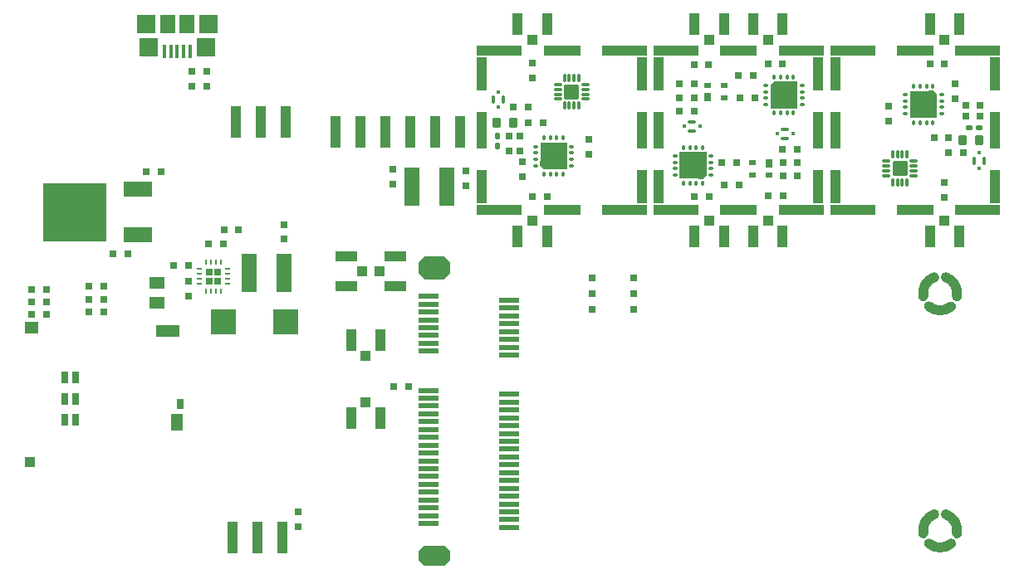
<source format=gtp>
G04*
G04 #@! TF.GenerationSoftware,Altium Limited,Altium Designer,19.1.9 (167)*
G04*
G04 Layer_Color=8421504*
%FSLAX24Y24*%
%MOIN*%
G70*
G01*
G75*
%ADD20C,0.0394*%
%ADD21R,0.0276X0.0276*%
%ADD22R,0.0276X0.0276*%
%ADD23R,0.0394X0.1319*%
G04:AMPARAMS|DCode=24|XSize=59.1mil|YSize=59.1mil|CornerRadius=3mil|HoleSize=0mil|Usage=FLASHONLY|Rotation=270.000|XOffset=0mil|YOffset=0mil|HoleType=Round|Shape=RoundedRectangle|*
%AMROUNDEDRECTD24*
21,1,0.0591,0.0531,0,0,270.0*
21,1,0.0531,0.0591,0,0,270.0*
1,1,0.0059,-0.0266,-0.0266*
1,1,0.0059,-0.0266,0.0266*
1,1,0.0059,0.0266,0.0266*
1,1,0.0059,0.0266,-0.0266*
%
%ADD24ROUNDEDRECTD24*%
G04:AMPARAMS|DCode=25|XSize=11.8mil|YSize=31.5mil|CornerRadius=3mil|HoleSize=0mil|Usage=FLASHONLY|Rotation=270.000|XOffset=0mil|YOffset=0mil|HoleType=Round|Shape=RoundedRectangle|*
%AMROUNDEDRECTD25*
21,1,0.0118,0.0256,0,0,270.0*
21,1,0.0059,0.0315,0,0,270.0*
1,1,0.0059,-0.0128,-0.0030*
1,1,0.0059,-0.0128,0.0030*
1,1,0.0059,0.0128,0.0030*
1,1,0.0059,0.0128,-0.0030*
%
%ADD25ROUNDEDRECTD25*%
G04:AMPARAMS|DCode=26|XSize=11.8mil|YSize=31.5mil|CornerRadius=3mil|HoleSize=0mil|Usage=FLASHONLY|Rotation=0.000|XOffset=0mil|YOffset=0mil|HoleType=Round|Shape=RoundedRectangle|*
%AMROUNDEDRECTD26*
21,1,0.0118,0.0256,0,0,0.0*
21,1,0.0059,0.0315,0,0,0.0*
1,1,0.0059,0.0030,-0.0128*
1,1,0.0059,-0.0030,-0.0128*
1,1,0.0059,-0.0030,0.0128*
1,1,0.0059,0.0030,0.0128*
%
%ADD26ROUNDEDRECTD26*%
G04:AMPARAMS|DCode=27|XSize=39.4mil|YSize=35.4mil|CornerRadius=4.4mil|HoleSize=0mil|Usage=FLASHONLY|Rotation=90.000|XOffset=0mil|YOffset=0mil|HoleType=Round|Shape=RoundedRectangle|*
%AMROUNDEDRECTD27*
21,1,0.0394,0.0266,0,0,90.0*
21,1,0.0305,0.0354,0,0,90.0*
1,1,0.0089,0.0133,0.0153*
1,1,0.0089,0.0133,-0.0153*
1,1,0.0089,-0.0133,-0.0153*
1,1,0.0089,-0.0133,0.0153*
%
%ADD27ROUNDEDRECTD27*%
G04:AMPARAMS|DCode=28|XSize=19.7mil|YSize=23.6mil|CornerRadius=2mil|HoleSize=0mil|Usage=FLASHONLY|Rotation=180.000|XOffset=0mil|YOffset=0mil|HoleType=Round|Shape=RoundedRectangle|*
%AMROUNDEDRECTD28*
21,1,0.0197,0.0197,0,0,180.0*
21,1,0.0157,0.0236,0,0,180.0*
1,1,0.0039,-0.0079,0.0098*
1,1,0.0039,0.0079,0.0098*
1,1,0.0039,0.0079,-0.0098*
1,1,0.0039,-0.0079,-0.0098*
%
%ADD28ROUNDEDRECTD28*%
%ADD29R,0.0315X0.0315*%
G04:AMPARAMS|DCode=30|XSize=19.7mil|YSize=23.6mil|CornerRadius=2mil|HoleSize=0mil|Usage=FLASHONLY|Rotation=90.000|XOffset=0mil|YOffset=0mil|HoleType=Round|Shape=RoundedRectangle|*
%AMROUNDEDRECTD30*
21,1,0.0197,0.0197,0,0,90.0*
21,1,0.0157,0.0236,0,0,90.0*
1,1,0.0039,0.0098,0.0079*
1,1,0.0039,0.0098,-0.0079*
1,1,0.0039,-0.0098,-0.0079*
1,1,0.0039,-0.0098,0.0079*
%
%ADD30ROUNDEDRECTD30*%
%ADD31R,0.0315X0.0315*%
%ADD32O,0.0217X0.0098*%
%ADD33O,0.0098X0.0217*%
%ADD34R,0.0600X0.0500*%
%ADD35R,0.0591X0.1575*%
%ADD36R,0.1063X0.0787*%
%ADD37R,0.0787X0.1063*%
%ADD38O,0.0236X0.0138*%
%ADD39O,0.0138X0.0236*%
%ADD40P,0.0490X8X22.5*%
%ADD41R,0.0157X0.0551*%
%ADD42R,0.0787X0.0197*%
%ADD43R,0.0394X0.1260*%
%ADD44R,0.1181X0.0630*%
%ADD45R,0.2559X0.2362*%
%ADD46R,0.0866X0.0433*%
%ADD47R,0.0413X0.0394*%
%ADD48R,0.0591X0.0748*%
%ADD49R,0.0748X0.0748*%
%ADD50P,0.0490X8X292.5*%
%ADD51R,0.1496X0.0394*%
%ADD52R,0.1791X0.0394*%
%ADD53R,0.0394X0.1496*%
%ADD54R,0.0315X0.0276*%
%ADD55R,0.0315X0.0472*%
%ADD56R,0.0551X0.0472*%
%ADD57R,0.0925X0.0472*%
%ADD58R,0.0256X0.0394*%
%ADD59R,0.0433X0.0394*%
%ADD60R,0.0512X0.0689*%
%ADD61R,0.0433X0.0866*%
%ADD62R,0.0394X0.0413*%
%ADD63R,0.1024X0.1024*%
%ADD64R,0.0315X0.0236*%
%ADD65R,0.0315X0.0354*%
G04:AMPARAMS|DCode=66|XSize=31.5mil|YSize=15.7mil|CornerRadius=3.9mil|HoleSize=0mil|Usage=FLASHONLY|Rotation=270.000|XOffset=0mil|YOffset=0mil|HoleType=Round|Shape=RoundedRectangle|*
%AMROUNDEDRECTD66*
21,1,0.0315,0.0079,0,0,270.0*
21,1,0.0236,0.0157,0,0,270.0*
1,1,0.0079,-0.0039,-0.0118*
1,1,0.0079,-0.0039,0.0118*
1,1,0.0079,0.0039,0.0118*
1,1,0.0079,0.0039,-0.0118*
%
%ADD66ROUNDEDRECTD66*%
G04:AMPARAMS|DCode=67|XSize=15.7mil|YSize=15.7mil|CornerRadius=3.9mil|HoleSize=0mil|Usage=FLASHONLY|Rotation=90.000|XOffset=0mil|YOffset=0mil|HoleType=Round|Shape=RoundedRectangle|*
%AMROUNDEDRECTD67*
21,1,0.0157,0.0079,0,0,90.0*
21,1,0.0079,0.0157,0,0,90.0*
1,1,0.0079,0.0039,0.0039*
1,1,0.0079,0.0039,-0.0039*
1,1,0.0079,-0.0039,-0.0039*
1,1,0.0079,-0.0039,0.0039*
%
%ADD67ROUNDEDRECTD67*%
G04:AMPARAMS|DCode=68|XSize=31.5mil|YSize=15.7mil|CornerRadius=3.9mil|HoleSize=0mil|Usage=FLASHONLY|Rotation=0.000|XOffset=0mil|YOffset=0mil|HoleType=Round|Shape=RoundedRectangle|*
%AMROUNDEDRECTD68*
21,1,0.0315,0.0079,0,0,0.0*
21,1,0.0236,0.0157,0,0,0.0*
1,1,0.0079,0.0118,-0.0039*
1,1,0.0079,-0.0118,-0.0039*
1,1,0.0079,-0.0118,0.0039*
1,1,0.0079,0.0118,0.0039*
%
%ADD68ROUNDEDRECTD68*%
G04:AMPARAMS|DCode=69|XSize=15.7mil|YSize=15.7mil|CornerRadius=3.9mil|HoleSize=0mil|Usage=FLASHONLY|Rotation=180.000|XOffset=0mil|YOffset=0mil|HoleType=Round|Shape=RoundedRectangle|*
%AMROUNDEDRECTD69*
21,1,0.0157,0.0079,0,0,180.0*
21,1,0.0079,0.0157,0,0,180.0*
1,1,0.0079,-0.0039,0.0039*
1,1,0.0079,0.0039,0.0039*
1,1,0.0079,0.0039,-0.0039*
1,1,0.0079,-0.0039,-0.0039*
%
%ADD69ROUNDEDRECTD69*%
G04:AMPARAMS|DCode=70|XSize=90.6mil|YSize=126mil|CornerRadius=0mil|HoleSize=0mil|Usage=FLASHONLY|Rotation=270.000|XOffset=0mil|YOffset=0mil|HoleType=Round|Shape=Octagon|*
%AMOCTAGOND70*
4,1,8,0.0630,0.0226,0.0630,-0.0226,0.0404,-0.0453,-0.0404,-0.0453,-0.0630,-0.0226,-0.0630,0.0226,-0.0404,0.0453,0.0404,0.0453,0.0630,0.0226,0.0*
%
%ADD70OCTAGOND70*%

G04:AMPARAMS|DCode=71|XSize=78.7mil|YSize=126mil|CornerRadius=0mil|HoleSize=0mil|Usage=FLASHONLY|Rotation=270.000|XOffset=0mil|YOffset=0mil|HoleType=Round|Shape=Octagon|*
%AMOCTAGOND71*
4,1,8,0.0630,0.0197,0.0630,-0.0197,0.0433,-0.0394,-0.0433,-0.0394,-0.0630,-0.0197,-0.0630,0.0197,-0.0433,0.0394,0.0433,0.0394,0.0630,0.0197,0.0*
%
%ADD71OCTAGOND71*%

G54D20*
X49320Y27735D02*
G03*
X48877Y28502I-679J120D01*
G01*
X48406D02*
G03*
X47963Y27735I236J-647D01*
G01*
X48199Y27327D02*
G03*
X49085Y27327I443J528D01*
G01*
X49320Y18207D02*
G03*
X48877Y18974I-679J120D01*
G01*
X48406D02*
G03*
X47963Y18207I236J-647D01*
G01*
X48199Y17799D02*
G03*
X49085Y17799I443J528D01*
G01*
G54D21*
X19656Y28356D02*
D03*
X19301Y28711D02*
D03*
G54D22*
X19656Y28711D02*
D03*
X19301Y28356D02*
D03*
G54D23*
X30256Y36683D02*
D03*
X30256Y32136D02*
D03*
X36673D02*
D03*
X36673Y36683D02*
D03*
X44429Y36683D02*
D03*
X44429Y32136D02*
D03*
X50846D02*
D03*
X50846Y36683D02*
D03*
X37343Y36683D02*
D03*
X37343Y32136D02*
D03*
X43760D02*
D03*
X43760Y36683D02*
D03*
G54D24*
X33858Y35955D02*
D03*
X47028Y32864D02*
D03*
G54D25*
X34419Y36250D02*
D03*
Y36053D02*
D03*
Y35856D02*
D03*
Y35659D02*
D03*
X33297D02*
D03*
Y35856D02*
D03*
Y36053D02*
D03*
Y36250D02*
D03*
X46467Y32569D02*
D03*
Y32766D02*
D03*
Y32963D02*
D03*
Y33159D02*
D03*
X47589D02*
D03*
Y32963D02*
D03*
Y32766D02*
D03*
Y32569D02*
D03*
G54D26*
X34154Y35394D02*
D03*
X33957D02*
D03*
X33760D02*
D03*
X33563D02*
D03*
Y36516D02*
D03*
X33760D02*
D03*
X33957D02*
D03*
X34154D02*
D03*
X46732Y33425D02*
D03*
X46929D02*
D03*
X47126D02*
D03*
X47323D02*
D03*
Y32303D02*
D03*
X47126D02*
D03*
X46929D02*
D03*
X46732D02*
D03*
G54D27*
X31521Y34715D02*
D03*
X30851D02*
D03*
X49536Y34001D02*
D03*
X50206D02*
D03*
G54D28*
X30879Y34159D02*
D03*
Y33766D02*
D03*
G54D29*
X31339Y34179D02*
D03*
Y33589D02*
D03*
X18465Y27746D02*
D03*
Y28337D02*
D03*
X22874Y19075D02*
D03*
Y18484D02*
D03*
X26673Y32835D02*
D03*
Y32244D02*
D03*
X34528Y33455D02*
D03*
Y34045D02*
D03*
X46585Y35364D02*
D03*
Y34774D02*
D03*
X22323Y30620D02*
D03*
Y30030D02*
D03*
X29615Y32781D02*
D03*
Y32190D02*
D03*
X48819Y32303D02*
D03*
Y31713D02*
D03*
X32283Y36516D02*
D03*
Y37106D02*
D03*
X31764Y33589D02*
D03*
Y34179D02*
D03*
X49232Y35689D02*
D03*
Y36280D02*
D03*
X31870Y33130D02*
D03*
Y32539D02*
D03*
G54D30*
X50197Y34498D02*
D03*
X49803D02*
D03*
G54D31*
X12185Y27520D02*
D03*
X12776D02*
D03*
X18622Y36171D02*
D03*
X19213D02*
D03*
X16793Y32756D02*
D03*
X17383D02*
D03*
X15453Y29449D02*
D03*
X16043D02*
D03*
X27303Y24094D02*
D03*
X26713D02*
D03*
X12761Y27992D02*
D03*
X12170D02*
D03*
X12175Y27018D02*
D03*
X12766D02*
D03*
X32874Y31752D02*
D03*
X32283D02*
D03*
X39970Y32224D02*
D03*
X40561D02*
D03*
X38780Y31752D02*
D03*
X39370D02*
D03*
X48228Y37067D02*
D03*
X48819D02*
D03*
X41132Y36594D02*
D03*
X40541D02*
D03*
X42323Y37067D02*
D03*
X41732D02*
D03*
X38179Y36260D02*
D03*
X38770D02*
D03*
X42923Y32559D02*
D03*
X42333D02*
D03*
X49582Y33494D02*
D03*
X48991D02*
D03*
X31521Y35325D02*
D03*
X32111D02*
D03*
X20490Y30404D02*
D03*
X19900D02*
D03*
X19291Y29852D02*
D03*
X19882D02*
D03*
X18612Y36791D02*
D03*
X19203D02*
D03*
X18475Y28986D02*
D03*
X17885D02*
D03*
X15069Y27096D02*
D03*
X14478D02*
D03*
X15069Y27614D02*
D03*
X14478D02*
D03*
X15081Y28140D02*
D03*
X14490D02*
D03*
X38770Y37028D02*
D03*
X39360D02*
D03*
X42333Y31791D02*
D03*
X41742D02*
D03*
X38780Y35172D02*
D03*
X38189D02*
D03*
X42323Y33647D02*
D03*
X42913D02*
D03*
X38770Y35709D02*
D03*
X38179D02*
D03*
X42333Y33110D02*
D03*
X42923D02*
D03*
X49661Y34991D02*
D03*
X50252D02*
D03*
X49661Y35424D02*
D03*
X50252D02*
D03*
X48401Y34104D02*
D03*
X48991D02*
D03*
X32702Y34715D02*
D03*
X32111D02*
D03*
X41211Y35707D02*
D03*
X40620D02*
D03*
X39892Y33112D02*
D03*
X40482D02*
D03*
G54D32*
X20059Y28238D02*
D03*
Y28435D02*
D03*
Y28632D02*
D03*
Y28829D02*
D03*
X18898D02*
D03*
Y28632D02*
D03*
Y28435D02*
D03*
Y28238D02*
D03*
G54D33*
X19774Y29114D02*
D03*
X19577D02*
D03*
X19380D02*
D03*
X19183D02*
D03*
Y27953D02*
D03*
X19380D02*
D03*
X19577D02*
D03*
X19774D02*
D03*
G54D34*
X17205Y28258D02*
D03*
Y27465D02*
D03*
G54D35*
X28848Y32146D02*
D03*
X27431D02*
D03*
X22323Y28681D02*
D03*
X20906D02*
D03*
G54D36*
X42372Y35689D02*
D03*
X38730Y33130D02*
D03*
X47972Y35315D02*
D03*
X33130Y33504D02*
D03*
G54D37*
X42510Y35827D02*
D03*
X38593Y32992D02*
D03*
X47835Y35453D02*
D03*
X33268Y33366D02*
D03*
G54D38*
X41644Y36211D02*
D03*
Y35955D02*
D03*
Y35699D02*
D03*
Y35443D02*
D03*
X43100D02*
D03*
Y35699D02*
D03*
Y35955D02*
D03*
Y36211D02*
D03*
X38002Y32608D02*
D03*
Y32864D02*
D03*
Y33120D02*
D03*
Y33376D02*
D03*
X39459D02*
D03*
Y33120D02*
D03*
Y32864D02*
D03*
Y32608D02*
D03*
X48701Y35837D02*
D03*
Y35581D02*
D03*
Y35325D02*
D03*
Y35069D02*
D03*
X47244D02*
D03*
Y35325D02*
D03*
Y35581D02*
D03*
Y35837D02*
D03*
X32402Y32982D02*
D03*
Y33238D02*
D03*
Y33494D02*
D03*
Y33750D02*
D03*
X33858D02*
D03*
Y33494D02*
D03*
Y33238D02*
D03*
Y32982D02*
D03*
G54D39*
X41988Y35098D02*
D03*
X42244D02*
D03*
X42500D02*
D03*
X42756D02*
D03*
Y36555D02*
D03*
X42500D02*
D03*
X42244D02*
D03*
X41988D02*
D03*
X39114Y32264D02*
D03*
X38858D02*
D03*
X38602D02*
D03*
X38346D02*
D03*
Y33720D02*
D03*
X38602D02*
D03*
X38858D02*
D03*
X39114D02*
D03*
X48356Y34724D02*
D03*
X48100D02*
D03*
X47844D02*
D03*
X47589D02*
D03*
Y36181D02*
D03*
X47844D02*
D03*
X48100D02*
D03*
X48356D02*
D03*
X32746Y34094D02*
D03*
X33002D02*
D03*
X33258D02*
D03*
X33514D02*
D03*
Y32638D02*
D03*
X33258D02*
D03*
X33002D02*
D03*
X32746D02*
D03*
G54D40*
X42067Y36132D02*
D03*
X39035Y32687D02*
D03*
G54D41*
X18022Y37569D02*
D03*
X18278D02*
D03*
X18533D02*
D03*
X17766D02*
D03*
X17510D02*
D03*
G54D42*
X28110Y21437D02*
D03*
Y21752D02*
D03*
Y18917D02*
D03*
Y19232D02*
D03*
Y20177D02*
D03*
Y20492D02*
D03*
Y23957D02*
D03*
Y23642D02*
D03*
Y23327D02*
D03*
Y23012D02*
D03*
Y22697D02*
D03*
Y22382D02*
D03*
Y22067D02*
D03*
Y21122D02*
D03*
Y20807D02*
D03*
Y19862D02*
D03*
Y19547D02*
D03*
Y18602D02*
D03*
X31339Y18445D02*
D03*
Y18760D02*
D03*
Y19075D02*
D03*
Y19390D02*
D03*
Y19705D02*
D03*
Y20020D02*
D03*
Y20335D02*
D03*
Y20650D02*
D03*
Y20965D02*
D03*
Y21280D02*
D03*
Y21594D02*
D03*
Y21909D02*
D03*
Y22224D02*
D03*
Y22539D02*
D03*
Y22854D02*
D03*
Y23169D02*
D03*
Y23484D02*
D03*
Y23799D02*
D03*
Y25374D02*
D03*
Y25689D02*
D03*
Y26004D02*
D03*
Y26319D02*
D03*
Y26634D02*
D03*
Y26949D02*
D03*
Y27264D02*
D03*
Y27579D02*
D03*
X28110Y27736D02*
D03*
Y27421D02*
D03*
Y27106D02*
D03*
Y26791D02*
D03*
Y26476D02*
D03*
Y26161D02*
D03*
Y25846D02*
D03*
Y25531D02*
D03*
G54D43*
X20260Y18025D02*
D03*
X21260D02*
D03*
X22260D02*
D03*
X24390Y34341D02*
D03*
X25390D02*
D03*
X26390D02*
D03*
X28390D02*
D03*
X27390D02*
D03*
X29390D02*
D03*
X22378Y34754D02*
D03*
X21378D02*
D03*
X20378D02*
D03*
G54D44*
X16457Y32028D02*
D03*
Y30217D02*
D03*
G54D45*
X13898Y31122D02*
D03*
G54D46*
X26772Y29331D02*
D03*
Y28150D02*
D03*
X24803D02*
D03*
Y29331D02*
D03*
G54D47*
X26142Y28740D02*
D03*
X25433D02*
D03*
G54D48*
X18415Y38671D02*
D03*
X17628D02*
D03*
G54D49*
X19282D02*
D03*
X16762D02*
D03*
X16880Y37726D02*
D03*
X19163D02*
D03*
G54D50*
X48278Y35758D02*
D03*
X32825Y33061D02*
D03*
G54D51*
X33465Y31201D02*
D03*
Y37618D02*
D03*
X47638Y31201D02*
D03*
Y37618D02*
D03*
X40551Y31201D02*
D03*
Y37618D02*
D03*
G54D52*
X35974Y31201D02*
D03*
X30955D02*
D03*
Y37618D02*
D03*
X35974D02*
D03*
X50148Y31201D02*
D03*
X45128D02*
D03*
Y37618D02*
D03*
X50148D02*
D03*
X43061Y31201D02*
D03*
X38041D02*
D03*
Y37618D02*
D03*
X43061D02*
D03*
G54D53*
X30256Y34409D02*
D03*
X36673D02*
D03*
X44429Y34409D02*
D03*
X50846D02*
D03*
X37343Y34409D02*
D03*
X43760D02*
D03*
G54D54*
X36339Y28484D02*
D03*
Y27854D02*
D03*
Y27224D02*
D03*
X34685Y27854D02*
D03*
Y27224D02*
D03*
Y28484D02*
D03*
G54D55*
X13504Y24484D02*
D03*
Y22760D02*
D03*
X13937Y23622D02*
D03*
Y22760D02*
D03*
Y24484D02*
D03*
X13504Y23622D02*
D03*
G54D56*
X12165Y26484D02*
D03*
G54D57*
X17628Y26327D02*
D03*
G54D58*
X18140Y23413D02*
D03*
G54D59*
X12106Y21091D02*
D03*
G54D60*
X18012Y22677D02*
D03*
G54D61*
X25000Y25984D02*
D03*
X26181D02*
D03*
Y22835D02*
D03*
X25000D02*
D03*
X48228Y30157D02*
D03*
X49409D02*
D03*
X32874Y38661D02*
D03*
X31693D02*
D03*
X39961Y38661D02*
D03*
X38780D02*
D03*
X41142Y30157D02*
D03*
X42323D02*
D03*
X49409Y38661D02*
D03*
X48228D02*
D03*
X31693Y30157D02*
D03*
X32874D02*
D03*
X42323Y38661D02*
D03*
X41142D02*
D03*
X38780Y30157D02*
D03*
X39961D02*
D03*
G54D62*
X25591Y25354D02*
D03*
Y23465D02*
D03*
X48819Y30787D02*
D03*
X32283Y38031D02*
D03*
X39370Y38031D02*
D03*
X41732Y30787D02*
D03*
X48819Y38031D02*
D03*
X32283Y30787D02*
D03*
X41732Y38031D02*
D03*
X39370Y30787D02*
D03*
G54D63*
X22382Y26713D02*
D03*
X19862D02*
D03*
G54D64*
X39980Y36220D02*
D03*
Y35709D02*
D03*
X39311Y36220D02*
D03*
X41122Y32598D02*
D03*
Y33110D02*
D03*
X41791Y32598D02*
D03*
G54D65*
X39311Y35748D02*
D03*
X41791Y33071D02*
D03*
G54D66*
X50394Y33179D02*
D03*
X50000D02*
D03*
X30709Y35640D02*
D03*
X31102D02*
D03*
G54D67*
X50197Y32864D02*
D03*
Y33494D02*
D03*
X30906Y35955D02*
D03*
Y35325D02*
D03*
G54D68*
X38686Y34756D02*
D03*
Y34363D02*
D03*
X42416Y34062D02*
D03*
Y34456D02*
D03*
G54D69*
X39001Y34560D02*
D03*
X38371D02*
D03*
X42101Y34259D02*
D03*
X42731D02*
D03*
G54D70*
X28346Y28858D02*
D03*
G54D71*
Y17323D02*
D03*
M02*

</source>
